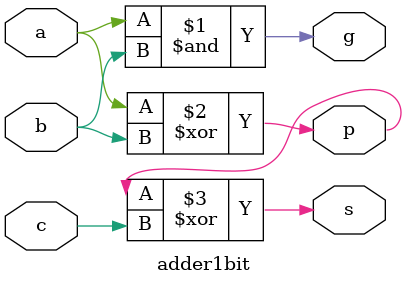
<source format=v>
module adder1bit(
	a,
	b,
	c,
	s,
	p,
	g
);

	input a, b, c;
	
	output s, p, g;
	
	and _and0(g, a, b);
	xor _xor0(p, a, b);
	xor _xor1(s, p, c);
	
endmodule
</source>
